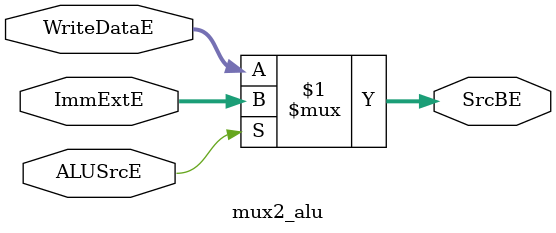
<source format=v>

module mux2_alu #
(
   parameter WIDTH = 8
) (
   input [WIDTH-1:0]  WriteDataE,
   input [WIDTH-1:0]  ImmExtE,
   input              ALUSrcE,
   output [WIDTH-1:0] SrcBE
);
   assign SrcBE = ALUSrcE ?  ImmExtE:WriteDataE;

endmodule

</source>
